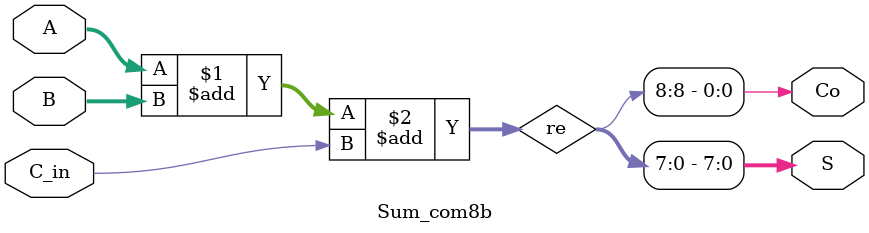
<source format=v>
`timescale 1ps/1ps

module Sum_com8b
(
	input [7:0]A,
	input [7:0]B,
	input C_in,
	output [7:0]S,
	output Co
);
wire [8:0]re;
assign re=A+B+C_in;
assign S=re[7:0];
assign Co=re[8];

endmodule 
</source>
